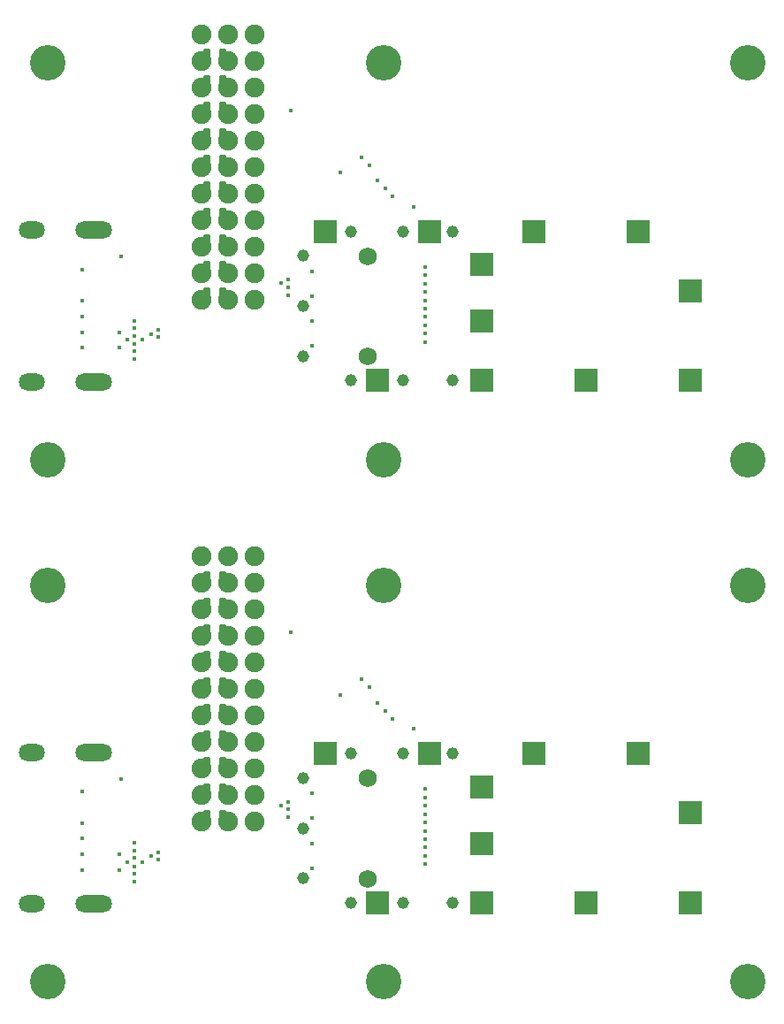
<source format=gbs>
%FSLAX46Y46*%
%MOMM*%
%AMPS11*
1,1,1.900000,0.000000,0.000000*
%
%ADD11PS11*%
%AMPS12*
1,1,1.900000,0.000000,0.000000*
%
%ADD12PS12*%
%AMPS18*
1,1,1.900000,0.000000,0.000000*
%
%ADD18PS18*%
%AMPS22*
1,1,0.450000,0.000000,0.000000*
%
%ADD22PS22*%
%AMPS16*
21,1,1.800000,1.700000,0.000000,0.000000,0.000000*
1,1,1.700000,0.900000,0.000000*
1,1,1.700000,-0.900000,0.000000*
%
%ADD16PS16*%
%AMPS17*
21,1,0.800000,1.700000,0.000000,0.000000,0.000000*
1,1,1.700000,0.400000,0.000000*
1,1,1.700000,-0.400000,0.000000*
%
%ADD17PS17*%
%AMPS20*
1,1,1.150000,0.000000,0.000000*
%
%ADD20PS20*%
%AMPS21*
1,1,1.150000,0.000000,0.000000*
%
%ADD21PS21*%
%AMPS14*
1,1,1.750000,0.000000,0.000000*
%
%ADD14PS14*%
%AMPS13*
1,1,1.750000,0.000000,0.000000*
%
%ADD13PS13*%
%AMPS10*
1,1,3.400000,0.000000,0.000000*
%
%ADD10PS10*%
%AMPS15*
1,1,0.440000,-0.130000,-0.330000*
1,1,0.440000,0.130000,0.330000*
1,1,0.440000,0.130000,-0.330000*
1,1,0.440000,-0.130000,0.330000*
21,1,0.700000,0.660000,0.000000,0.000000,180.000000*
21,1,0.260000,1.100000,0.000000,0.000000,180.000000*
%
%ADD15PS15*%
%AMPS19*
21,1,2.200000,2.200000,0.000000,0.000000,180.000000*
%
%ADD19PS19*%
G01*
%LPD*%
G01*
%LPD*%
G75*
D10*
X38190001Y94000000D03*
D10*
X5999999Y94000000D03*
D10*
X73090000Y56000000D03*
D10*
X38190001Y56000000D03*
D10*
X5999999Y56000000D03*
D10*
X73090000Y94000000D03*
D11*
X25870000Y94202500D03*
D12*
X20790000Y73882500D03*
D12*
X23330000Y73882500D03*
D11*
X25870000Y84042500D03*
D13*
X36690000Y65862500D03*
D14*
X36690000Y75462500D03*
D15*
X21310000Y77057500D03*
D15*
X22810000Y77057500D03*
D15*
X21310000Y94837500D03*
D15*
X22810000Y94837500D03*
D15*
X21310000Y82137500D03*
D15*
X22810000Y82137500D03*
D11*
X25870000Y76422500D03*
D12*
X20790000Y81502500D03*
D12*
X23330000Y81502500D03*
D12*
X20790000Y84042500D03*
D12*
X23330000Y84042500D03*
D12*
X20790000Y71342500D03*
D12*
X23330000Y71342500D03*
D16*
X10460000Y63457500D03*
D16*
X10460000Y77957500D03*
D17*
X4500000Y77957500D03*
D17*
X4500000Y63457500D03*
D15*
X21310000Y92297500D03*
D15*
X22810000Y92297500D03*
D12*
X20790000Y76422500D03*
D12*
X23330000Y76422500D03*
D11*
X25870000Y89122500D03*
D18*
X25870000Y96742500D03*
D18*
X23330000Y96742500D03*
D18*
X20790000Y96742500D03*
D15*
X21310000Y89757500D03*
D15*
X22810000Y89757500D03*
D11*
X25870000Y73882500D03*
D15*
X21310000Y71977500D03*
D15*
X22810000Y71977500D03*
D11*
X25870000Y78962500D03*
D11*
X25870000Y71342500D03*
D11*
X25870000Y81502500D03*
D15*
X21310000Y79597500D03*
D15*
X22810000Y79597500D03*
D12*
X20790000Y91662500D03*
D12*
X23330000Y91662500D03*
D12*
X20790000Y94202500D03*
D12*
X23330000Y94202500D03*
D15*
X21310000Y87217500D03*
D15*
X22810000Y87217500D03*
D15*
X21310000Y84677500D03*
D15*
X22810000Y84677500D03*
D12*
X20790000Y86582500D03*
D12*
X23330000Y86582500D03*
D12*
X20790000Y89122500D03*
D12*
X23330000Y89122500D03*
D11*
X25870000Y86582500D03*
D15*
X21310000Y74517500D03*
D15*
X22810000Y74517500D03*
D12*
X20790000Y78962500D03*
D12*
X23330000Y78962500D03*
D19*
X52590000Y77832500D03*
D20*
X30490000Y65912500D03*
D21*
X35090000Y77832500D03*
D19*
X62590000Y77832500D03*
D19*
X37590000Y63582500D03*
D19*
X47590000Y74662500D03*
D20*
X44790000Y77832500D03*
D19*
X42590000Y77832500D03*
D20*
X40090000Y77832500D03*
D21*
X30490000Y70712500D03*
D21*
X30490000Y75512500D03*
D19*
X47590000Y63582500D03*
D19*
X47590000Y69262500D03*
D19*
X67590000Y72162500D03*
D19*
X32590000Y77832500D03*
D20*
X44790000Y63582500D03*
D21*
X35090000Y63582500D03*
D19*
X57590000Y63582500D03*
D20*
X40090000Y63582500D03*
D19*
X67590000Y63582500D03*
D11*
X25870000Y91662500D03*
D22*
X42190000Y68062500D03*
D22*
X16600000Y67712500D03*
D22*
X42190000Y67262500D03*
D22*
X9350000Y71207500D03*
D22*
X42190000Y70462500D03*
D22*
X34090000Y83457500D03*
D22*
X14350000Y66357500D03*
D22*
X12850000Y66707500D03*
D22*
X14350000Y67057500D03*
D22*
X42190000Y69662500D03*
D22*
X12850000Y68207500D03*
D22*
X42190000Y74462500D03*
D22*
X31340000Y71682500D03*
D22*
X15950000Y68032500D03*
D22*
X29090000Y73212500D03*
D22*
X29090000Y72512500D03*
D22*
X42190000Y68862500D03*
D22*
X36840000Y84207500D03*
D22*
X14350000Y69307500D03*
D22*
X42190000Y71262500D03*
D22*
X41090000Y80207500D03*
D22*
X14350000Y65607500D03*
D22*
X36090000Y84957500D03*
D22*
X29340000Y89457500D03*
D22*
X42190000Y72862500D03*
D22*
X28415000Y72882500D03*
D22*
X31340000Y69257500D03*
D22*
X9350000Y68207500D03*
D22*
X15100000Y67457500D03*
D22*
X42190000Y72062500D03*
D22*
X42190000Y73662500D03*
D22*
X31340000Y66882500D03*
D22*
X9350000Y66707500D03*
D22*
X9350000Y69707500D03*
D22*
X9350000Y74207500D03*
D22*
X38340000Y81957500D03*
D22*
X39090000Y81207500D03*
D22*
X14350000Y68557500D03*
D22*
X37590000Y82707500D03*
D22*
X13625000Y67457500D03*
D22*
X29090000Y71757500D03*
D22*
X14350000Y67857500D03*
D22*
X16600000Y68412500D03*
D22*
X13100000Y75457500D03*
D22*
X31340000Y74057500D03*
D10*
X38190001Y44000000D03*
D10*
X5999999Y44000000D03*
D10*
X73090000Y6000000D03*
D10*
X38190001Y6000000D03*
D10*
X5999999Y6000000D03*
D10*
X73090000Y44000000D03*
D11*
X25870000Y44202500D03*
D12*
X20790000Y23882500D03*
D12*
X23330000Y23882500D03*
D11*
X25870000Y34042500D03*
D13*
X36690000Y15862500D03*
D14*
X36690000Y25462500D03*
D15*
X21310000Y27057500D03*
D15*
X22810000Y27057500D03*
D15*
X21310000Y44837500D03*
D15*
X22810000Y44837500D03*
D15*
X21310000Y32137500D03*
D15*
X22810000Y32137500D03*
D11*
X25870000Y26422500D03*
D12*
X20790000Y31502500D03*
D12*
X23330000Y31502500D03*
D12*
X20790000Y34042500D03*
D12*
X23330000Y34042500D03*
D12*
X20790000Y21342500D03*
D12*
X23330000Y21342500D03*
D16*
X10460000Y13457500D03*
D16*
X10460000Y27957500D03*
D17*
X4500000Y27957500D03*
D17*
X4500000Y13457500D03*
D15*
X21310000Y42297500D03*
D15*
X22810000Y42297500D03*
D12*
X20790000Y26422500D03*
D12*
X23330000Y26422500D03*
D11*
X25870000Y39122500D03*
D18*
X25870000Y46742500D03*
D18*
X23330000Y46742500D03*
D18*
X20790000Y46742500D03*
D15*
X21310000Y39757500D03*
D15*
X22810000Y39757500D03*
D11*
X25870000Y23882500D03*
D15*
X21310000Y21977500D03*
D15*
X22810000Y21977500D03*
D11*
X25870000Y28962500D03*
D11*
X25870000Y21342500D03*
D11*
X25870000Y31502500D03*
D15*
X21310000Y29597500D03*
D15*
X22810000Y29597500D03*
D12*
X20790000Y41662500D03*
D12*
X23330000Y41662500D03*
D12*
X20790000Y44202500D03*
D12*
X23330000Y44202500D03*
D15*
X21310000Y37217500D03*
D15*
X22810000Y37217500D03*
D15*
X21310000Y34677500D03*
D15*
X22810000Y34677500D03*
D12*
X20790000Y36582500D03*
D12*
X23330000Y36582500D03*
D12*
X20790000Y39122500D03*
D12*
X23330000Y39122500D03*
D11*
X25870000Y36582500D03*
D15*
X21310000Y24517500D03*
D15*
X22810000Y24517500D03*
D12*
X20790000Y28962500D03*
D12*
X23330000Y28962500D03*
D19*
X52590000Y27832500D03*
D20*
X30490000Y15912500D03*
D21*
X35090000Y27832500D03*
D19*
X62590000Y27832500D03*
D19*
X37590000Y13582500D03*
D19*
X47590000Y24662500D03*
D20*
X44790000Y27832500D03*
D19*
X42590000Y27832500D03*
D20*
X40090000Y27832500D03*
D21*
X30490000Y20712500D03*
D21*
X30490000Y25512500D03*
D19*
X47590000Y13582500D03*
D19*
X47590000Y19262500D03*
D19*
X67590000Y22162500D03*
D19*
X32590000Y27832500D03*
D20*
X44790000Y13582500D03*
D21*
X35090000Y13582500D03*
D19*
X57590000Y13582500D03*
D20*
X40090000Y13582500D03*
D19*
X67590000Y13582500D03*
D11*
X25870000Y41662500D03*
D22*
X42190000Y18062500D03*
D22*
X16600000Y17712500D03*
D22*
X42190000Y17262500D03*
D22*
X9350000Y21207500D03*
D22*
X42190000Y20462500D03*
D22*
X34090000Y33457500D03*
D22*
X14350000Y16357500D03*
D22*
X12850000Y16707500D03*
D22*
X14350000Y17057500D03*
D22*
X42190000Y19662500D03*
D22*
X12850000Y18207500D03*
D22*
X42190000Y24462500D03*
D22*
X31340000Y21682500D03*
D22*
X15950000Y18032500D03*
D22*
X29090000Y23212500D03*
D22*
X29090000Y22512500D03*
D22*
X42190000Y18862500D03*
D22*
X36840000Y34207500D03*
D22*
X14350000Y19307500D03*
D22*
X42190000Y21262500D03*
D22*
X41090000Y30207500D03*
D22*
X14350000Y15607500D03*
D22*
X36090000Y34957500D03*
D22*
X29340000Y39457500D03*
D22*
X42190000Y22862500D03*
D22*
X28415000Y22882500D03*
D22*
X31340000Y19257500D03*
D22*
X9350000Y18207500D03*
D22*
X15100000Y17457500D03*
D22*
X42190000Y22062500D03*
D22*
X42190000Y23662500D03*
D22*
X31340000Y16882500D03*
D22*
X9350000Y16707500D03*
D22*
X9350000Y19707500D03*
D22*
X9350000Y24207500D03*
D22*
X38340000Y31957500D03*
D22*
X39090000Y31207500D03*
D22*
X14350000Y18557500D03*
D22*
X37590000Y32707500D03*
D22*
X13625000Y17457500D03*
D22*
X29090000Y21757500D03*
D22*
X14350000Y17857500D03*
D22*
X16600000Y18412500D03*
D22*
X13100000Y25457500D03*
D22*
X31340000Y24057500D03*
M02*

</source>
